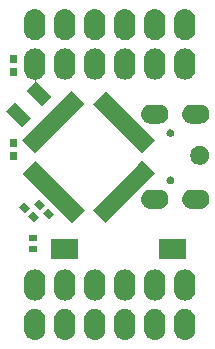
<source format=gbs>
G04 #@! TF.GenerationSoftware,KiCad,Pcbnew,5.0.1*
G04 #@! TF.CreationDate,2019-03-20T13:07:10-07:00*
G04 #@! TF.ProjectId,pmod-samd21-usbu-pth,706D6F642D73616D6432312D75736275,rev?*
G04 #@! TF.SameCoordinates,PX8825afcPY9e4f580*
G04 #@! TF.FileFunction,Soldermask,Bot*
G04 #@! TF.FilePolarity,Negative*
%FSLAX46Y46*%
G04 Gerber Fmt 4.6, Leading zero omitted, Abs format (unit mm)*
G04 Created by KiCad (PCBNEW 5.0.1) date Wed 20 Mar 2019 01:07:10 PM PDT*
%MOMM*%
%LPD*%
G01*
G04 APERTURE LIST*
%ADD10C,0.100000*%
G04 APERTURE END LIST*
D10*
G36*
X2715927Y3887963D02*
X2829153Y3853616D01*
X2885767Y3836443D01*
X3024387Y3762348D01*
X3042291Y3752778D01*
X3078029Y3723448D01*
X3179486Y3640186D01*
X3262748Y3538729D01*
X3292078Y3502991D01*
X3292079Y3502989D01*
X3375743Y3346467D01*
X3375743Y3346466D01*
X3427263Y3176627D01*
X3440300Y3044258D01*
X3440300Y2115742D01*
X3427263Y1983373D01*
X3392916Y1870147D01*
X3375743Y1813533D01*
X3301648Y1674913D01*
X3292078Y1657009D01*
X3262748Y1621271D01*
X3179486Y1519814D01*
X3042289Y1407221D01*
X2885766Y1323557D01*
X2829152Y1306384D01*
X2715926Y1272037D01*
X2539300Y1254641D01*
X2362673Y1272037D01*
X2249447Y1306384D01*
X2192833Y1323557D01*
X2036311Y1407221D01*
X2036309Y1407222D01*
X2000571Y1436552D01*
X1899114Y1519814D01*
X1786521Y1657011D01*
X1702857Y1813534D01*
X1685684Y1870148D01*
X1651337Y1983374D01*
X1638300Y2115743D01*
X1638300Y3044258D01*
X1651338Y3176627D01*
X1702858Y3346466D01*
X1702858Y3346467D01*
X1786522Y3502989D01*
X1786523Y3502991D01*
X1815853Y3538729D01*
X1899115Y3640186D01*
X2000572Y3723448D01*
X2036310Y3752778D01*
X2054214Y3762348D01*
X2192834Y3836443D01*
X2249448Y3853616D01*
X2362674Y3887963D01*
X2539300Y3905359D01*
X2715927Y3887963D01*
X2715927Y3887963D01*
G37*
G36*
X5255927Y3887963D02*
X5369153Y3853616D01*
X5425767Y3836443D01*
X5564387Y3762348D01*
X5582291Y3752778D01*
X5618029Y3723448D01*
X5719486Y3640186D01*
X5802748Y3538729D01*
X5832078Y3502991D01*
X5832079Y3502989D01*
X5915743Y3346467D01*
X5915743Y3346466D01*
X5967263Y3176627D01*
X5980300Y3044258D01*
X5980300Y2115742D01*
X5967263Y1983373D01*
X5932916Y1870147D01*
X5915743Y1813533D01*
X5841648Y1674913D01*
X5832078Y1657009D01*
X5802748Y1621271D01*
X5719486Y1519814D01*
X5582289Y1407221D01*
X5425766Y1323557D01*
X5369152Y1306384D01*
X5255926Y1272037D01*
X5079300Y1254641D01*
X4902673Y1272037D01*
X4789447Y1306384D01*
X4732833Y1323557D01*
X4576311Y1407221D01*
X4576309Y1407222D01*
X4540571Y1436552D01*
X4439114Y1519814D01*
X4326521Y1657011D01*
X4242857Y1813534D01*
X4225684Y1870148D01*
X4191337Y1983374D01*
X4178300Y2115743D01*
X4178300Y3044258D01*
X4191338Y3176627D01*
X4242858Y3346466D01*
X4242858Y3346467D01*
X4326522Y3502989D01*
X4326523Y3502991D01*
X4355853Y3538729D01*
X4439115Y3640186D01*
X4540572Y3723448D01*
X4576310Y3752778D01*
X4594214Y3762348D01*
X4732834Y3836443D01*
X4789448Y3853616D01*
X4902674Y3887963D01*
X5079300Y3905359D01*
X5255927Y3887963D01*
X5255927Y3887963D01*
G37*
G36*
X15415927Y3887963D02*
X15529153Y3853616D01*
X15585767Y3836443D01*
X15724387Y3762348D01*
X15742291Y3752778D01*
X15778029Y3723448D01*
X15879486Y3640186D01*
X15962748Y3538729D01*
X15992078Y3502991D01*
X15992079Y3502989D01*
X16075743Y3346467D01*
X16075743Y3346466D01*
X16127263Y3176627D01*
X16140300Y3044258D01*
X16140300Y2115742D01*
X16127263Y1983373D01*
X16092916Y1870147D01*
X16075743Y1813533D01*
X16001648Y1674913D01*
X15992078Y1657009D01*
X15962748Y1621271D01*
X15879486Y1519814D01*
X15742289Y1407221D01*
X15585766Y1323557D01*
X15529152Y1306384D01*
X15415926Y1272037D01*
X15239300Y1254641D01*
X15062673Y1272037D01*
X14949447Y1306384D01*
X14892833Y1323557D01*
X14736311Y1407221D01*
X14736309Y1407222D01*
X14700571Y1436552D01*
X14599114Y1519814D01*
X14486521Y1657011D01*
X14402857Y1813534D01*
X14385684Y1870148D01*
X14351337Y1983374D01*
X14338300Y2115743D01*
X14338300Y3044258D01*
X14351338Y3176627D01*
X14402858Y3346466D01*
X14402858Y3346467D01*
X14486522Y3502989D01*
X14486523Y3502991D01*
X14515853Y3538729D01*
X14599115Y3640186D01*
X14700572Y3723448D01*
X14736310Y3752778D01*
X14754214Y3762348D01*
X14892834Y3836443D01*
X14949448Y3853616D01*
X15062674Y3887963D01*
X15239300Y3905359D01*
X15415927Y3887963D01*
X15415927Y3887963D01*
G37*
G36*
X12875927Y3887963D02*
X12989153Y3853616D01*
X13045767Y3836443D01*
X13184387Y3762348D01*
X13202291Y3752778D01*
X13238029Y3723448D01*
X13339486Y3640186D01*
X13422748Y3538729D01*
X13452078Y3502991D01*
X13452079Y3502989D01*
X13535743Y3346467D01*
X13535743Y3346466D01*
X13587263Y3176627D01*
X13600300Y3044258D01*
X13600300Y2115742D01*
X13587263Y1983373D01*
X13552916Y1870147D01*
X13535743Y1813533D01*
X13461648Y1674913D01*
X13452078Y1657009D01*
X13422748Y1621271D01*
X13339486Y1519814D01*
X13202289Y1407221D01*
X13045766Y1323557D01*
X12989152Y1306384D01*
X12875926Y1272037D01*
X12699300Y1254641D01*
X12522673Y1272037D01*
X12409447Y1306384D01*
X12352833Y1323557D01*
X12196311Y1407221D01*
X12196309Y1407222D01*
X12160571Y1436552D01*
X12059114Y1519814D01*
X11946521Y1657011D01*
X11862857Y1813534D01*
X11845684Y1870148D01*
X11811337Y1983374D01*
X11798300Y2115743D01*
X11798300Y3044258D01*
X11811338Y3176627D01*
X11862858Y3346466D01*
X11862858Y3346467D01*
X11946522Y3502989D01*
X11946523Y3502991D01*
X11975853Y3538729D01*
X12059115Y3640186D01*
X12160572Y3723448D01*
X12196310Y3752778D01*
X12214214Y3762348D01*
X12352834Y3836443D01*
X12409448Y3853616D01*
X12522674Y3887963D01*
X12699300Y3905359D01*
X12875927Y3887963D01*
X12875927Y3887963D01*
G37*
G36*
X7795927Y3887963D02*
X7909153Y3853616D01*
X7965767Y3836443D01*
X8104387Y3762348D01*
X8122291Y3752778D01*
X8158029Y3723448D01*
X8259486Y3640186D01*
X8342748Y3538729D01*
X8372078Y3502991D01*
X8372079Y3502989D01*
X8455743Y3346467D01*
X8455743Y3346466D01*
X8507263Y3176627D01*
X8520300Y3044258D01*
X8520300Y2115742D01*
X8507263Y1983373D01*
X8472916Y1870147D01*
X8455743Y1813533D01*
X8381648Y1674913D01*
X8372078Y1657009D01*
X8342748Y1621271D01*
X8259486Y1519814D01*
X8122289Y1407221D01*
X7965766Y1323557D01*
X7909152Y1306384D01*
X7795926Y1272037D01*
X7619300Y1254641D01*
X7442673Y1272037D01*
X7329447Y1306384D01*
X7272833Y1323557D01*
X7116311Y1407221D01*
X7116309Y1407222D01*
X7080571Y1436552D01*
X6979114Y1519814D01*
X6866521Y1657011D01*
X6782857Y1813534D01*
X6765684Y1870148D01*
X6731337Y1983374D01*
X6718300Y2115743D01*
X6718300Y3044258D01*
X6731338Y3176627D01*
X6782858Y3346466D01*
X6782858Y3346467D01*
X6866522Y3502989D01*
X6866523Y3502991D01*
X6895853Y3538729D01*
X6979115Y3640186D01*
X7080572Y3723448D01*
X7116310Y3752778D01*
X7134214Y3762348D01*
X7272834Y3836443D01*
X7329448Y3853616D01*
X7442674Y3887963D01*
X7619300Y3905359D01*
X7795927Y3887963D01*
X7795927Y3887963D01*
G37*
G36*
X10335927Y3887963D02*
X10449153Y3853616D01*
X10505767Y3836443D01*
X10644387Y3762348D01*
X10662291Y3752778D01*
X10698029Y3723448D01*
X10799486Y3640186D01*
X10882748Y3538729D01*
X10912078Y3502991D01*
X10912079Y3502989D01*
X10995743Y3346467D01*
X10995743Y3346466D01*
X11047263Y3176627D01*
X11060300Y3044258D01*
X11060300Y2115742D01*
X11047263Y1983373D01*
X11012916Y1870147D01*
X10995743Y1813533D01*
X10921648Y1674913D01*
X10912078Y1657009D01*
X10882748Y1621271D01*
X10799486Y1519814D01*
X10662289Y1407221D01*
X10505766Y1323557D01*
X10449152Y1306384D01*
X10335926Y1272037D01*
X10159300Y1254641D01*
X9982673Y1272037D01*
X9869447Y1306384D01*
X9812833Y1323557D01*
X9656311Y1407221D01*
X9656309Y1407222D01*
X9620571Y1436552D01*
X9519114Y1519814D01*
X9406521Y1657011D01*
X9322857Y1813534D01*
X9305684Y1870148D01*
X9271337Y1983374D01*
X9258300Y2115743D01*
X9258300Y3044258D01*
X9271338Y3176627D01*
X9322858Y3346466D01*
X9322858Y3346467D01*
X9406522Y3502989D01*
X9406523Y3502991D01*
X9435853Y3538729D01*
X9519115Y3640186D01*
X9620572Y3723448D01*
X9656310Y3752778D01*
X9674214Y3762348D01*
X9812834Y3836443D01*
X9869448Y3853616D01*
X9982674Y3887963D01*
X10159300Y3905359D01*
X10335927Y3887963D01*
X10335927Y3887963D01*
G37*
G36*
X2715927Y7227963D02*
X2829153Y7193616D01*
X2885767Y7176443D01*
X3024387Y7102348D01*
X3042291Y7092778D01*
X3078029Y7063448D01*
X3179486Y6980186D01*
X3262748Y6878729D01*
X3292078Y6842991D01*
X3292079Y6842989D01*
X3375743Y6686467D01*
X3375743Y6686466D01*
X3427263Y6516627D01*
X3440300Y6384258D01*
X3440300Y5455742D01*
X3427263Y5323373D01*
X3392916Y5210147D01*
X3375743Y5153533D01*
X3301648Y5014913D01*
X3292078Y4997009D01*
X3262748Y4961271D01*
X3179486Y4859814D01*
X3042289Y4747221D01*
X2885766Y4663557D01*
X2829152Y4646384D01*
X2715926Y4612037D01*
X2539300Y4594641D01*
X2362673Y4612037D01*
X2249447Y4646384D01*
X2192833Y4663557D01*
X2036311Y4747221D01*
X2036309Y4747222D01*
X2000571Y4776552D01*
X1899114Y4859814D01*
X1786521Y4997011D01*
X1702857Y5153534D01*
X1685684Y5210148D01*
X1651337Y5323374D01*
X1638300Y5455743D01*
X1638300Y6384258D01*
X1651338Y6516627D01*
X1702858Y6686466D01*
X1702858Y6686467D01*
X1786522Y6842989D01*
X1786523Y6842991D01*
X1815853Y6878729D01*
X1899115Y6980186D01*
X2000572Y7063448D01*
X2036310Y7092778D01*
X2054214Y7102348D01*
X2192834Y7176443D01*
X2249448Y7193616D01*
X2362674Y7227963D01*
X2539300Y7245359D01*
X2715927Y7227963D01*
X2715927Y7227963D01*
G37*
G36*
X15415927Y7227963D02*
X15529153Y7193616D01*
X15585767Y7176443D01*
X15724387Y7102348D01*
X15742291Y7092778D01*
X15778029Y7063448D01*
X15879486Y6980186D01*
X15962748Y6878729D01*
X15992078Y6842991D01*
X15992079Y6842989D01*
X16075743Y6686467D01*
X16075743Y6686466D01*
X16127263Y6516627D01*
X16140300Y6384258D01*
X16140300Y5455742D01*
X16127263Y5323373D01*
X16092916Y5210147D01*
X16075743Y5153533D01*
X16001648Y5014913D01*
X15992078Y4997009D01*
X15962748Y4961271D01*
X15879486Y4859814D01*
X15742289Y4747221D01*
X15585766Y4663557D01*
X15529152Y4646384D01*
X15415926Y4612037D01*
X15239300Y4594641D01*
X15062673Y4612037D01*
X14949447Y4646384D01*
X14892833Y4663557D01*
X14736311Y4747221D01*
X14736309Y4747222D01*
X14700571Y4776552D01*
X14599114Y4859814D01*
X14486521Y4997011D01*
X14402857Y5153534D01*
X14385684Y5210148D01*
X14351337Y5323374D01*
X14338300Y5455743D01*
X14338300Y6384258D01*
X14351338Y6516627D01*
X14402858Y6686466D01*
X14402858Y6686467D01*
X14486522Y6842989D01*
X14486523Y6842991D01*
X14515853Y6878729D01*
X14599115Y6980186D01*
X14700572Y7063448D01*
X14736310Y7092778D01*
X14754214Y7102348D01*
X14892834Y7176443D01*
X14949448Y7193616D01*
X15062674Y7227963D01*
X15239300Y7245359D01*
X15415927Y7227963D01*
X15415927Y7227963D01*
G37*
G36*
X5255927Y7227963D02*
X5369153Y7193616D01*
X5425767Y7176443D01*
X5564387Y7102348D01*
X5582291Y7092778D01*
X5618029Y7063448D01*
X5719486Y6980186D01*
X5802748Y6878729D01*
X5832078Y6842991D01*
X5832079Y6842989D01*
X5915743Y6686467D01*
X5915743Y6686466D01*
X5967263Y6516627D01*
X5980300Y6384258D01*
X5980300Y5455742D01*
X5967263Y5323373D01*
X5932916Y5210147D01*
X5915743Y5153533D01*
X5841648Y5014913D01*
X5832078Y4997009D01*
X5802748Y4961271D01*
X5719486Y4859814D01*
X5582289Y4747221D01*
X5425766Y4663557D01*
X5369152Y4646384D01*
X5255926Y4612037D01*
X5079300Y4594641D01*
X4902673Y4612037D01*
X4789447Y4646384D01*
X4732833Y4663557D01*
X4576311Y4747221D01*
X4576309Y4747222D01*
X4540571Y4776552D01*
X4439114Y4859814D01*
X4326521Y4997011D01*
X4242857Y5153534D01*
X4225684Y5210148D01*
X4191337Y5323374D01*
X4178300Y5455743D01*
X4178300Y6384258D01*
X4191338Y6516627D01*
X4242858Y6686466D01*
X4242858Y6686467D01*
X4326522Y6842989D01*
X4326523Y6842991D01*
X4355853Y6878729D01*
X4439115Y6980186D01*
X4540572Y7063448D01*
X4576310Y7092778D01*
X4594214Y7102348D01*
X4732834Y7176443D01*
X4789448Y7193616D01*
X4902674Y7227963D01*
X5079300Y7245359D01*
X5255927Y7227963D01*
X5255927Y7227963D01*
G37*
G36*
X12875927Y7227963D02*
X12989153Y7193616D01*
X13045767Y7176443D01*
X13184387Y7102348D01*
X13202291Y7092778D01*
X13238029Y7063448D01*
X13339486Y6980186D01*
X13422748Y6878729D01*
X13452078Y6842991D01*
X13452079Y6842989D01*
X13535743Y6686467D01*
X13535743Y6686466D01*
X13587263Y6516627D01*
X13600300Y6384258D01*
X13600300Y5455742D01*
X13587263Y5323373D01*
X13552916Y5210147D01*
X13535743Y5153533D01*
X13461648Y5014913D01*
X13452078Y4997009D01*
X13422748Y4961271D01*
X13339486Y4859814D01*
X13202289Y4747221D01*
X13045766Y4663557D01*
X12989152Y4646384D01*
X12875926Y4612037D01*
X12699300Y4594641D01*
X12522673Y4612037D01*
X12409447Y4646384D01*
X12352833Y4663557D01*
X12196311Y4747221D01*
X12196309Y4747222D01*
X12160571Y4776552D01*
X12059114Y4859814D01*
X11946521Y4997011D01*
X11862857Y5153534D01*
X11845684Y5210148D01*
X11811337Y5323374D01*
X11798300Y5455743D01*
X11798300Y6384258D01*
X11811338Y6516627D01*
X11862858Y6686466D01*
X11862858Y6686467D01*
X11946522Y6842989D01*
X11946523Y6842991D01*
X11975853Y6878729D01*
X12059115Y6980186D01*
X12160572Y7063448D01*
X12196310Y7092778D01*
X12214214Y7102348D01*
X12352834Y7176443D01*
X12409448Y7193616D01*
X12522674Y7227963D01*
X12699300Y7245359D01*
X12875927Y7227963D01*
X12875927Y7227963D01*
G37*
G36*
X7795927Y7227963D02*
X7909153Y7193616D01*
X7965767Y7176443D01*
X8104387Y7102348D01*
X8122291Y7092778D01*
X8158029Y7063448D01*
X8259486Y6980186D01*
X8342748Y6878729D01*
X8372078Y6842991D01*
X8372079Y6842989D01*
X8455743Y6686467D01*
X8455743Y6686466D01*
X8507263Y6516627D01*
X8520300Y6384258D01*
X8520300Y5455742D01*
X8507263Y5323373D01*
X8472916Y5210147D01*
X8455743Y5153533D01*
X8381648Y5014913D01*
X8372078Y4997009D01*
X8342748Y4961271D01*
X8259486Y4859814D01*
X8122289Y4747221D01*
X7965766Y4663557D01*
X7909152Y4646384D01*
X7795926Y4612037D01*
X7619300Y4594641D01*
X7442673Y4612037D01*
X7329447Y4646384D01*
X7272833Y4663557D01*
X7116311Y4747221D01*
X7116309Y4747222D01*
X7080571Y4776552D01*
X6979114Y4859814D01*
X6866521Y4997011D01*
X6782857Y5153534D01*
X6765684Y5210148D01*
X6731337Y5323374D01*
X6718300Y5455743D01*
X6718300Y6384258D01*
X6731338Y6516627D01*
X6782858Y6686466D01*
X6782858Y6686467D01*
X6866522Y6842989D01*
X6866523Y6842991D01*
X6895853Y6878729D01*
X6979115Y6980186D01*
X7080572Y7063448D01*
X7116310Y7092778D01*
X7134214Y7102348D01*
X7272834Y7176443D01*
X7329448Y7193616D01*
X7442674Y7227963D01*
X7619300Y7245359D01*
X7795927Y7227963D01*
X7795927Y7227963D01*
G37*
G36*
X10335927Y7227963D02*
X10449153Y7193616D01*
X10505767Y7176443D01*
X10644387Y7102348D01*
X10662291Y7092778D01*
X10698029Y7063448D01*
X10799486Y6980186D01*
X10882748Y6878729D01*
X10912078Y6842991D01*
X10912079Y6842989D01*
X10995743Y6686467D01*
X10995743Y6686466D01*
X11047263Y6516627D01*
X11060300Y6384258D01*
X11060300Y5455742D01*
X11047263Y5323373D01*
X11012916Y5210147D01*
X10995743Y5153533D01*
X10921648Y5014913D01*
X10912078Y4997009D01*
X10882748Y4961271D01*
X10799486Y4859814D01*
X10662289Y4747221D01*
X10505766Y4663557D01*
X10449152Y4646384D01*
X10335926Y4612037D01*
X10159300Y4594641D01*
X9982673Y4612037D01*
X9869447Y4646384D01*
X9812833Y4663557D01*
X9656311Y4747221D01*
X9656309Y4747222D01*
X9620571Y4776552D01*
X9519114Y4859814D01*
X9406521Y4997011D01*
X9322857Y5153534D01*
X9305684Y5210148D01*
X9271337Y5323374D01*
X9258300Y5455743D01*
X9258300Y6384258D01*
X9271338Y6516627D01*
X9322858Y6686466D01*
X9322858Y6686467D01*
X9406522Y6842989D01*
X9406523Y6842991D01*
X9435853Y6878729D01*
X9519115Y6980186D01*
X9620572Y7063448D01*
X9656310Y7092778D01*
X9674214Y7102348D01*
X9812834Y7176443D01*
X9869448Y7193616D01*
X9982674Y7227963D01*
X10159300Y7245359D01*
X10335927Y7227963D01*
X10335927Y7227963D01*
G37*
G36*
X15370300Y8149000D02*
X13088300Y8149000D01*
X13088300Y9851000D01*
X15370300Y9851000D01*
X15370300Y8149000D01*
X15370300Y8149000D01*
G37*
G36*
X6190300Y8149000D02*
X3908300Y8149000D01*
X3908300Y9851000D01*
X6190300Y9851000D01*
X6190300Y8149000D01*
X6190300Y8149000D01*
G37*
G36*
X2738600Y8746100D02*
X2036600Y8746100D01*
X2036600Y9248100D01*
X2738600Y9248100D01*
X2738600Y8746100D01*
X2738600Y8746100D01*
G37*
G36*
X2738600Y9646100D02*
X2036600Y9646100D01*
X2036600Y10148100D01*
X2738600Y10148100D01*
X2738600Y9646100D01*
X2738600Y9646100D01*
G37*
G36*
X12683323Y15364322D02*
X12418158Y15099157D01*
X12402612Y15080215D01*
X12391061Y15058604D01*
X12383948Y15035155D01*
X12382568Y15021141D01*
X8531191Y11169764D01*
X7433761Y12267194D01*
X11234460Y16067893D01*
X11250006Y16086835D01*
X11261557Y16108446D01*
X11268670Y16131895D01*
X11270050Y16145909D01*
X11585893Y16461752D01*
X12683323Y15364322D01*
X12683323Y15364322D01*
G37*
G36*
X6764839Y12267194D02*
X5667409Y11169764D01*
X1494064Y15343109D01*
X2591494Y16440539D01*
X6764839Y12267194D01*
X6764839Y12267194D01*
G37*
G36*
X2869243Y11651736D02*
X2443564Y11226057D01*
X1947175Y11722446D01*
X2372854Y12148125D01*
X2869243Y11651736D01*
X2869243Y11651736D01*
G37*
G36*
X4139243Y11905736D02*
X3713564Y11480057D01*
X3217175Y11976446D01*
X3642854Y12402125D01*
X4139243Y11905736D01*
X4139243Y11905736D01*
G37*
G36*
X2091425Y12429554D02*
X1665746Y12003875D01*
X1169357Y12500264D01*
X1595036Y12925943D01*
X2091425Y12429554D01*
X2091425Y12429554D01*
G37*
G36*
X3361425Y12683554D02*
X2935746Y12257875D01*
X2439357Y12754264D01*
X2865036Y13179943D01*
X3361425Y12683554D01*
X3361425Y12683554D01*
G37*
G36*
X16667885Y13972030D02*
X16818872Y13926228D01*
X16958025Y13851850D01*
X17079993Y13751753D01*
X17180090Y13629785D01*
X17254468Y13490632D01*
X17300270Y13339645D01*
X17315735Y13182620D01*
X17300270Y13025595D01*
X17254468Y12874608D01*
X17180090Y12735455D01*
X17079993Y12613487D01*
X16958025Y12513390D01*
X16818872Y12439012D01*
X16667885Y12393210D01*
X16550206Y12381620D01*
X15771514Y12381620D01*
X15653835Y12393210D01*
X15502848Y12439012D01*
X15363695Y12513390D01*
X15241727Y12613487D01*
X15141630Y12735455D01*
X15067252Y12874608D01*
X15021450Y13025595D01*
X15005985Y13182620D01*
X15021450Y13339645D01*
X15067252Y13490632D01*
X15141630Y13629785D01*
X15241727Y13751753D01*
X15363695Y13851850D01*
X15502848Y13926228D01*
X15653835Y13972030D01*
X15771514Y13983620D01*
X16550206Y13983620D01*
X16667885Y13972030D01*
X16667885Y13972030D01*
G37*
G36*
X13197885Y13972030D02*
X13348872Y13926228D01*
X13488025Y13851850D01*
X13609993Y13751753D01*
X13710090Y13629785D01*
X13784468Y13490632D01*
X13830270Y13339645D01*
X13845735Y13182620D01*
X13830270Y13025595D01*
X13784468Y12874608D01*
X13710090Y12735455D01*
X13609993Y12613487D01*
X13488025Y12513390D01*
X13348872Y12439012D01*
X13197885Y12393210D01*
X13080206Y12381620D01*
X12301514Y12381620D01*
X12183835Y12393210D01*
X12032848Y12439012D01*
X11893695Y12513390D01*
X11771727Y12613487D01*
X11671630Y12735455D01*
X11597252Y12874608D01*
X11551450Y13025595D01*
X11535985Y13182620D01*
X11551450Y13339645D01*
X11597252Y13490632D01*
X11671630Y13629785D01*
X11771727Y13751753D01*
X11893695Y13851850D01*
X12032848Y13926228D01*
X12183835Y13972030D01*
X12301514Y13983620D01*
X13080206Y13983620D01*
X13197885Y13972030D01*
X13197885Y13972030D01*
G37*
G36*
X14105951Y15096092D02*
X14165280Y15071517D01*
X14218674Y15035840D01*
X14264080Y14990434D01*
X14299757Y14937040D01*
X14324332Y14877711D01*
X14336860Y14814728D01*
X14336860Y14750512D01*
X14324332Y14687529D01*
X14299757Y14628200D01*
X14264080Y14574806D01*
X14218674Y14529400D01*
X14165280Y14493723D01*
X14105951Y14469148D01*
X14042968Y14456620D01*
X13978752Y14456620D01*
X13915769Y14469148D01*
X13856440Y14493723D01*
X13803046Y14529400D01*
X13757640Y14574806D01*
X13721963Y14628200D01*
X13697388Y14687529D01*
X13684860Y14750512D01*
X13684860Y14814728D01*
X13697388Y14877711D01*
X13721963Y14937040D01*
X13757640Y14990434D01*
X13803046Y15035840D01*
X13856440Y15071517D01*
X13915769Y15096092D01*
X13978752Y15108620D01*
X14042968Y15108620D01*
X14105951Y15096092D01*
X14105951Y15096092D01*
G37*
G36*
X16730943Y17672219D02*
X16876715Y17611838D01*
X17007911Y17524176D01*
X17119476Y17412611D01*
X17207138Y17281415D01*
X17267519Y17135643D01*
X17298300Y16980893D01*
X17298300Y16823107D01*
X17267519Y16668357D01*
X17207138Y16522585D01*
X17119476Y16391389D01*
X17007911Y16279824D01*
X16876715Y16192162D01*
X16730943Y16131781D01*
X16576193Y16101000D01*
X16418407Y16101000D01*
X16263657Y16131781D01*
X16117885Y16192162D01*
X15986689Y16279824D01*
X15875124Y16391389D01*
X15787462Y16522585D01*
X15727081Y16668357D01*
X15696300Y16823107D01*
X15696300Y16980893D01*
X15727081Y17135643D01*
X15787462Y17281415D01*
X15875124Y17412611D01*
X15986689Y17524176D01*
X16117885Y17611838D01*
X16263657Y17672219D01*
X16418407Y17703000D01*
X16576193Y17703000D01*
X16730943Y17672219D01*
X16730943Y17672219D01*
G37*
G36*
X1050300Y16509000D02*
X448300Y16509000D01*
X448300Y17211000D01*
X1050300Y17211000D01*
X1050300Y16509000D01*
X1050300Y16509000D01*
G37*
G36*
X12704536Y18206891D02*
X11607106Y17109461D01*
X7433761Y21282806D01*
X8531191Y22380236D01*
X12704536Y18206891D01*
X12704536Y18206891D01*
G37*
G36*
X6764839Y21282806D02*
X2591494Y17109461D01*
X1494064Y18206891D01*
X5667409Y22380236D01*
X6764839Y21282806D01*
X6764839Y21282806D01*
G37*
G36*
X1050300Y17609000D02*
X448300Y17609000D01*
X448300Y18311000D01*
X1050300Y18311000D01*
X1050300Y17609000D01*
X1050300Y17609000D01*
G37*
G36*
X14105951Y19096092D02*
X14165280Y19071517D01*
X14218674Y19035840D01*
X14264080Y18990434D01*
X14299757Y18937040D01*
X14324332Y18877711D01*
X14336860Y18814728D01*
X14336860Y18750512D01*
X14324332Y18687529D01*
X14299757Y18628200D01*
X14264080Y18574806D01*
X14218674Y18529400D01*
X14165280Y18493723D01*
X14105951Y18469148D01*
X14042968Y18456620D01*
X13978752Y18456620D01*
X13915769Y18469148D01*
X13856440Y18493723D01*
X13803046Y18529400D01*
X13757640Y18574806D01*
X13721963Y18628200D01*
X13697388Y18687529D01*
X13684860Y18750512D01*
X13684860Y18814728D01*
X13697388Y18877711D01*
X13721963Y18937040D01*
X13757640Y18990434D01*
X13803046Y19035840D01*
X13856440Y19071517D01*
X13915769Y19096092D01*
X13978752Y19108620D01*
X14042968Y19108620D01*
X14105951Y19096092D01*
X14105951Y19096092D01*
G37*
G36*
X2197492Y20053274D02*
X1418260Y19274042D01*
X73342Y20618960D01*
X852574Y21398192D01*
X2197492Y20053274D01*
X2197492Y20053274D01*
G37*
G36*
X13197885Y21172030D02*
X13348872Y21126228D01*
X13488025Y21051850D01*
X13609993Y20951753D01*
X13710090Y20829785D01*
X13784468Y20690632D01*
X13830270Y20539645D01*
X13845735Y20382620D01*
X13830270Y20225595D01*
X13784468Y20074608D01*
X13710090Y19935455D01*
X13609993Y19813487D01*
X13488025Y19713390D01*
X13348872Y19639012D01*
X13197885Y19593210D01*
X13080206Y19581620D01*
X12301514Y19581620D01*
X12183835Y19593210D01*
X12032848Y19639012D01*
X11893695Y19713390D01*
X11771727Y19813487D01*
X11671630Y19935455D01*
X11597252Y20074608D01*
X11551450Y20225595D01*
X11535985Y20382620D01*
X11551450Y20539645D01*
X11597252Y20690632D01*
X11671630Y20829785D01*
X11771727Y20951753D01*
X11893695Y21051850D01*
X12032848Y21126228D01*
X12183835Y21172030D01*
X12301514Y21183620D01*
X13080206Y21183620D01*
X13197885Y21172030D01*
X13197885Y21172030D01*
G37*
G36*
X16667885Y21172030D02*
X16818872Y21126228D01*
X16958025Y21051850D01*
X17079993Y20951753D01*
X17180090Y20829785D01*
X17254468Y20690632D01*
X17300270Y20539645D01*
X17315735Y20382620D01*
X17300270Y20225595D01*
X17254468Y20074608D01*
X17180090Y19935455D01*
X17079993Y19813487D01*
X16958025Y19713390D01*
X16818872Y19639012D01*
X16667885Y19593210D01*
X16550206Y19581620D01*
X15771514Y19581620D01*
X15653835Y19593210D01*
X15502848Y19639012D01*
X15363695Y19713390D01*
X15241727Y19813487D01*
X15141630Y19935455D01*
X15067252Y20074608D01*
X15021450Y20225595D01*
X15005985Y20382620D01*
X15021450Y20539645D01*
X15067252Y20690632D01*
X15141630Y20829785D01*
X15241727Y20951753D01*
X15363695Y21051850D01*
X15502848Y21126228D01*
X15653835Y21172030D01*
X15771514Y21183620D01*
X16550206Y21183620D01*
X16667885Y21172030D01*
X16667885Y21172030D01*
G37*
G36*
X2715926Y25937963D02*
X2829152Y25903616D01*
X2885766Y25886443D01*
X3042289Y25802779D01*
X3179486Y25690186D01*
X3262748Y25588729D01*
X3292078Y25552991D01*
X3292079Y25552989D01*
X3375743Y25396467D01*
X3380435Y25381000D01*
X3427263Y25226627D01*
X3440300Y25094258D01*
X3440300Y24165742D01*
X3427263Y24033373D01*
X3388623Y23905994D01*
X3375743Y23863533D01*
X3301648Y23724913D01*
X3292078Y23707009D01*
X3262748Y23671271D01*
X3179486Y23569814D01*
X3078029Y23486552D01*
X3042291Y23457222D01*
X3042289Y23457221D01*
X2885767Y23373557D01*
X2853390Y23363736D01*
X2722393Y23323998D01*
X2699765Y23314626D01*
X2679391Y23301012D01*
X2662063Y23283685D01*
X2648449Y23263310D01*
X2639072Y23240671D01*
X2634291Y23216638D01*
X2634291Y23192134D01*
X2639071Y23168100D01*
X2648448Y23145461D01*
X2662062Y23125087D01*
X2670301Y23115997D01*
X3965258Y21821040D01*
X3186026Y21041808D01*
X1841108Y22386726D01*
X2552441Y23098059D01*
X2567987Y23117001D01*
X2579538Y23138612D01*
X2586651Y23162061D01*
X2589053Y23186447D01*
X2586651Y23210833D01*
X2579538Y23234282D01*
X2567987Y23255893D01*
X2552441Y23274835D01*
X2533499Y23290381D01*
X2511888Y23301932D01*
X2476306Y23310845D01*
X2406258Y23317744D01*
X2362674Y23322037D01*
X2249448Y23356384D01*
X2192834Y23373557D01*
X2036312Y23457221D01*
X2036310Y23457222D01*
X2000572Y23486552D01*
X1899115Y23569814D01*
X1815853Y23671271D01*
X1786523Y23707009D01*
X1776953Y23724913D01*
X1702858Y23863533D01*
X1685685Y23920147D01*
X1651338Y24033373D01*
X1638300Y24165742D01*
X1638300Y25094257D01*
X1651337Y25226626D01*
X1702857Y25396465D01*
X1702857Y25396466D01*
X1786521Y25552989D01*
X1899114Y25690186D01*
X2000571Y25773448D01*
X2036309Y25802778D01*
X2054213Y25812348D01*
X2192833Y25886443D01*
X2249447Y25903616D01*
X2362673Y25937963D01*
X2539300Y25955359D01*
X2715926Y25937963D01*
X2715926Y25937963D01*
G37*
G36*
X5255926Y25937963D02*
X5369152Y25903616D01*
X5425766Y25886443D01*
X5582289Y25802779D01*
X5719486Y25690186D01*
X5802748Y25588729D01*
X5832078Y25552991D01*
X5832079Y25552989D01*
X5915743Y25396467D01*
X5920435Y25381000D01*
X5967263Y25226627D01*
X5980300Y25094258D01*
X5980300Y24165742D01*
X5967263Y24033373D01*
X5928623Y23905994D01*
X5915743Y23863533D01*
X5841648Y23724913D01*
X5832078Y23707009D01*
X5802748Y23671271D01*
X5719486Y23569814D01*
X5618029Y23486552D01*
X5582291Y23457222D01*
X5582289Y23457221D01*
X5425767Y23373557D01*
X5369153Y23356384D01*
X5255927Y23322037D01*
X5079300Y23304641D01*
X4902674Y23322037D01*
X4789448Y23356384D01*
X4732834Y23373557D01*
X4576312Y23457221D01*
X4576310Y23457222D01*
X4540572Y23486552D01*
X4439115Y23569814D01*
X4355853Y23671271D01*
X4326523Y23707009D01*
X4316953Y23724913D01*
X4242858Y23863533D01*
X4225685Y23920147D01*
X4191338Y24033373D01*
X4178300Y24165742D01*
X4178300Y25094257D01*
X4191337Y25226626D01*
X4242857Y25396465D01*
X4242857Y25396466D01*
X4326521Y25552989D01*
X4439114Y25690186D01*
X4540571Y25773448D01*
X4576309Y25802778D01*
X4594213Y25812348D01*
X4732833Y25886443D01*
X4789447Y25903616D01*
X4902673Y25937963D01*
X5079300Y25955359D01*
X5255926Y25937963D01*
X5255926Y25937963D01*
G37*
G36*
X15415926Y25937963D02*
X15529152Y25903616D01*
X15585766Y25886443D01*
X15742289Y25802779D01*
X15879486Y25690186D01*
X15962748Y25588729D01*
X15992078Y25552991D01*
X15992079Y25552989D01*
X16075743Y25396467D01*
X16080435Y25381000D01*
X16127263Y25226627D01*
X16140300Y25094258D01*
X16140300Y24165742D01*
X16127263Y24033373D01*
X16088623Y23905994D01*
X16075743Y23863533D01*
X16001648Y23724913D01*
X15992078Y23707009D01*
X15962748Y23671271D01*
X15879486Y23569814D01*
X15778029Y23486552D01*
X15742291Y23457222D01*
X15742289Y23457221D01*
X15585767Y23373557D01*
X15529153Y23356384D01*
X15415927Y23322037D01*
X15239300Y23304641D01*
X15062674Y23322037D01*
X14949448Y23356384D01*
X14892834Y23373557D01*
X14736312Y23457221D01*
X14736310Y23457222D01*
X14700572Y23486552D01*
X14599115Y23569814D01*
X14515853Y23671271D01*
X14486523Y23707009D01*
X14476953Y23724913D01*
X14402858Y23863533D01*
X14385685Y23920147D01*
X14351338Y24033373D01*
X14338300Y24165742D01*
X14338300Y25094257D01*
X14351337Y25226626D01*
X14402857Y25396465D01*
X14402857Y25396466D01*
X14486521Y25552989D01*
X14599114Y25690186D01*
X14700571Y25773448D01*
X14736309Y25802778D01*
X14754213Y25812348D01*
X14892833Y25886443D01*
X14949447Y25903616D01*
X15062673Y25937963D01*
X15239300Y25955359D01*
X15415926Y25937963D01*
X15415926Y25937963D01*
G37*
G36*
X12875926Y25937963D02*
X12989152Y25903616D01*
X13045766Y25886443D01*
X13202289Y25802779D01*
X13339486Y25690186D01*
X13422748Y25588729D01*
X13452078Y25552991D01*
X13452079Y25552989D01*
X13535743Y25396467D01*
X13540435Y25381000D01*
X13587263Y25226627D01*
X13600300Y25094258D01*
X13600300Y24165742D01*
X13587263Y24033373D01*
X13548623Y23905994D01*
X13535743Y23863533D01*
X13461648Y23724913D01*
X13452078Y23707009D01*
X13422748Y23671271D01*
X13339486Y23569814D01*
X13238029Y23486552D01*
X13202291Y23457222D01*
X13202289Y23457221D01*
X13045767Y23373557D01*
X12989153Y23356384D01*
X12875927Y23322037D01*
X12699300Y23304641D01*
X12522674Y23322037D01*
X12409448Y23356384D01*
X12352834Y23373557D01*
X12196312Y23457221D01*
X12196310Y23457222D01*
X12160572Y23486552D01*
X12059115Y23569814D01*
X11975853Y23671271D01*
X11946523Y23707009D01*
X11936953Y23724913D01*
X11862858Y23863533D01*
X11845685Y23920147D01*
X11811338Y24033373D01*
X11798300Y24165742D01*
X11798300Y25094257D01*
X11811337Y25226626D01*
X11862857Y25396465D01*
X11862857Y25396466D01*
X11946521Y25552989D01*
X12059114Y25690186D01*
X12160571Y25773448D01*
X12196309Y25802778D01*
X12214213Y25812348D01*
X12352833Y25886443D01*
X12409447Y25903616D01*
X12522673Y25937963D01*
X12699300Y25955359D01*
X12875926Y25937963D01*
X12875926Y25937963D01*
G37*
G36*
X10335926Y25937963D02*
X10449152Y25903616D01*
X10505766Y25886443D01*
X10662289Y25802779D01*
X10799486Y25690186D01*
X10882748Y25588729D01*
X10912078Y25552991D01*
X10912079Y25552989D01*
X10995743Y25396467D01*
X11000435Y25381000D01*
X11047263Y25226627D01*
X11060300Y25094258D01*
X11060300Y24165742D01*
X11047263Y24033373D01*
X11008623Y23905994D01*
X10995743Y23863533D01*
X10921648Y23724913D01*
X10912078Y23707009D01*
X10882748Y23671271D01*
X10799486Y23569814D01*
X10698029Y23486552D01*
X10662291Y23457222D01*
X10662289Y23457221D01*
X10505767Y23373557D01*
X10449153Y23356384D01*
X10335927Y23322037D01*
X10159300Y23304641D01*
X9982674Y23322037D01*
X9869448Y23356384D01*
X9812834Y23373557D01*
X9656312Y23457221D01*
X9656310Y23457222D01*
X9620572Y23486552D01*
X9519115Y23569814D01*
X9435853Y23671271D01*
X9406523Y23707009D01*
X9396953Y23724913D01*
X9322858Y23863533D01*
X9305685Y23920147D01*
X9271338Y24033373D01*
X9258300Y24165742D01*
X9258300Y25094257D01*
X9271337Y25226626D01*
X9322857Y25396465D01*
X9322857Y25396466D01*
X9406521Y25552989D01*
X9519114Y25690186D01*
X9620571Y25773448D01*
X9656309Y25802778D01*
X9674213Y25812348D01*
X9812833Y25886443D01*
X9869447Y25903616D01*
X9982673Y25937963D01*
X10159300Y25955359D01*
X10335926Y25937963D01*
X10335926Y25937963D01*
G37*
G36*
X7795926Y25937963D02*
X7909152Y25903616D01*
X7965766Y25886443D01*
X8122289Y25802779D01*
X8259486Y25690186D01*
X8342748Y25588729D01*
X8372078Y25552991D01*
X8372079Y25552989D01*
X8455743Y25396467D01*
X8460435Y25381000D01*
X8507263Y25226627D01*
X8520300Y25094258D01*
X8520300Y24165742D01*
X8507263Y24033373D01*
X8468623Y23905994D01*
X8455743Y23863533D01*
X8381648Y23724913D01*
X8372078Y23707009D01*
X8342748Y23671271D01*
X8259486Y23569814D01*
X8158029Y23486552D01*
X8122291Y23457222D01*
X8122289Y23457221D01*
X7965767Y23373557D01*
X7909153Y23356384D01*
X7795927Y23322037D01*
X7619300Y23304641D01*
X7442674Y23322037D01*
X7329448Y23356384D01*
X7272834Y23373557D01*
X7116312Y23457221D01*
X7116310Y23457222D01*
X7080572Y23486552D01*
X6979115Y23569814D01*
X6895853Y23671271D01*
X6866523Y23707009D01*
X6856953Y23724913D01*
X6782858Y23863533D01*
X6765685Y23920147D01*
X6731338Y24033373D01*
X6718300Y24165742D01*
X6718300Y25094257D01*
X6731337Y25226626D01*
X6782857Y25396465D01*
X6782857Y25396466D01*
X6866521Y25552989D01*
X6979114Y25690186D01*
X7080571Y25773448D01*
X7116309Y25802778D01*
X7134213Y25812348D01*
X7272833Y25886443D01*
X7329447Y25903616D01*
X7442673Y25937963D01*
X7619300Y25955359D01*
X7795926Y25937963D01*
X7795926Y25937963D01*
G37*
G36*
X1050300Y23579000D02*
X448300Y23579000D01*
X448300Y24281000D01*
X1050300Y24281000D01*
X1050300Y23579000D01*
X1050300Y23579000D01*
G37*
G36*
X1050300Y24679000D02*
X448300Y24679000D01*
X448300Y25381000D01*
X1050300Y25381000D01*
X1050300Y24679000D01*
X1050300Y24679000D01*
G37*
G36*
X2715926Y29277963D02*
X2829152Y29243616D01*
X2885766Y29226443D01*
X3042289Y29142779D01*
X3179486Y29030186D01*
X3262748Y28928729D01*
X3292078Y28892991D01*
X3292079Y28892989D01*
X3375743Y28736467D01*
X3392916Y28679853D01*
X3427263Y28566627D01*
X3440300Y28434258D01*
X3440300Y27505742D01*
X3427263Y27373373D01*
X3388623Y27245994D01*
X3375743Y27203533D01*
X3301648Y27064913D01*
X3292078Y27047009D01*
X3262748Y27011271D01*
X3179486Y26909814D01*
X3078029Y26826552D01*
X3042291Y26797222D01*
X3042289Y26797221D01*
X2885767Y26713557D01*
X2829153Y26696384D01*
X2715927Y26662037D01*
X2539300Y26644641D01*
X2362674Y26662037D01*
X2249448Y26696384D01*
X2192834Y26713557D01*
X2036312Y26797221D01*
X2036310Y26797222D01*
X2000572Y26826552D01*
X1899115Y26909814D01*
X1815853Y27011271D01*
X1786523Y27047009D01*
X1776953Y27064913D01*
X1702858Y27203533D01*
X1685685Y27260147D01*
X1651338Y27373373D01*
X1638300Y27505742D01*
X1638300Y28434257D01*
X1651337Y28566626D01*
X1702857Y28736465D01*
X1702857Y28736466D01*
X1786521Y28892989D01*
X1899114Y29030186D01*
X2000571Y29113448D01*
X2036309Y29142778D01*
X2054213Y29152348D01*
X2192833Y29226443D01*
X2249447Y29243616D01*
X2362673Y29277963D01*
X2539300Y29295359D01*
X2715926Y29277963D01*
X2715926Y29277963D01*
G37*
G36*
X15415926Y29277963D02*
X15529152Y29243616D01*
X15585766Y29226443D01*
X15742289Y29142779D01*
X15879486Y29030186D01*
X15962748Y28928729D01*
X15992078Y28892991D01*
X15992079Y28892989D01*
X16075743Y28736467D01*
X16092916Y28679853D01*
X16127263Y28566627D01*
X16140300Y28434258D01*
X16140300Y27505742D01*
X16127263Y27373373D01*
X16088623Y27245994D01*
X16075743Y27203533D01*
X16001648Y27064913D01*
X15992078Y27047009D01*
X15962748Y27011271D01*
X15879486Y26909814D01*
X15778029Y26826552D01*
X15742291Y26797222D01*
X15742289Y26797221D01*
X15585767Y26713557D01*
X15529153Y26696384D01*
X15415927Y26662037D01*
X15239300Y26644641D01*
X15062674Y26662037D01*
X14949448Y26696384D01*
X14892834Y26713557D01*
X14736312Y26797221D01*
X14736310Y26797222D01*
X14700572Y26826552D01*
X14599115Y26909814D01*
X14515853Y27011271D01*
X14486523Y27047009D01*
X14476953Y27064913D01*
X14402858Y27203533D01*
X14385685Y27260147D01*
X14351338Y27373373D01*
X14338300Y27505742D01*
X14338300Y28434257D01*
X14351337Y28566626D01*
X14402857Y28736465D01*
X14402857Y28736466D01*
X14486521Y28892989D01*
X14599114Y29030186D01*
X14700571Y29113448D01*
X14736309Y29142778D01*
X14754213Y29152348D01*
X14892833Y29226443D01*
X14949447Y29243616D01*
X15062673Y29277963D01*
X15239300Y29295359D01*
X15415926Y29277963D01*
X15415926Y29277963D01*
G37*
G36*
X5255926Y29277963D02*
X5369152Y29243616D01*
X5425766Y29226443D01*
X5582289Y29142779D01*
X5719486Y29030186D01*
X5802748Y28928729D01*
X5832078Y28892991D01*
X5832079Y28892989D01*
X5915743Y28736467D01*
X5932916Y28679853D01*
X5967263Y28566627D01*
X5980300Y28434258D01*
X5980300Y27505742D01*
X5967263Y27373373D01*
X5928623Y27245994D01*
X5915743Y27203533D01*
X5841648Y27064913D01*
X5832078Y27047009D01*
X5802748Y27011271D01*
X5719486Y26909814D01*
X5618029Y26826552D01*
X5582291Y26797222D01*
X5582289Y26797221D01*
X5425767Y26713557D01*
X5369153Y26696384D01*
X5255927Y26662037D01*
X5079300Y26644641D01*
X4902674Y26662037D01*
X4789448Y26696384D01*
X4732834Y26713557D01*
X4576312Y26797221D01*
X4576310Y26797222D01*
X4540572Y26826552D01*
X4439115Y26909814D01*
X4355853Y27011271D01*
X4326523Y27047009D01*
X4316953Y27064913D01*
X4242858Y27203533D01*
X4225685Y27260147D01*
X4191338Y27373373D01*
X4178300Y27505742D01*
X4178300Y28434257D01*
X4191337Y28566626D01*
X4242857Y28736465D01*
X4242857Y28736466D01*
X4326521Y28892989D01*
X4439114Y29030186D01*
X4540571Y29113448D01*
X4576309Y29142778D01*
X4594213Y29152348D01*
X4732833Y29226443D01*
X4789447Y29243616D01*
X4902673Y29277963D01*
X5079300Y29295359D01*
X5255926Y29277963D01*
X5255926Y29277963D01*
G37*
G36*
X7795926Y29277963D02*
X7909152Y29243616D01*
X7965766Y29226443D01*
X8122289Y29142779D01*
X8259486Y29030186D01*
X8342748Y28928729D01*
X8372078Y28892991D01*
X8372079Y28892989D01*
X8455743Y28736467D01*
X8472916Y28679853D01*
X8507263Y28566627D01*
X8520300Y28434258D01*
X8520300Y27505742D01*
X8507263Y27373373D01*
X8468623Y27245994D01*
X8455743Y27203533D01*
X8381648Y27064913D01*
X8372078Y27047009D01*
X8342748Y27011271D01*
X8259486Y26909814D01*
X8158029Y26826552D01*
X8122291Y26797222D01*
X8122289Y26797221D01*
X7965767Y26713557D01*
X7909153Y26696384D01*
X7795927Y26662037D01*
X7619300Y26644641D01*
X7442674Y26662037D01*
X7329448Y26696384D01*
X7272834Y26713557D01*
X7116312Y26797221D01*
X7116310Y26797222D01*
X7080572Y26826552D01*
X6979115Y26909814D01*
X6895853Y27011271D01*
X6866523Y27047009D01*
X6856953Y27064913D01*
X6782858Y27203533D01*
X6765685Y27260147D01*
X6731338Y27373373D01*
X6718300Y27505742D01*
X6718300Y28434257D01*
X6731337Y28566626D01*
X6782857Y28736465D01*
X6782857Y28736466D01*
X6866521Y28892989D01*
X6979114Y29030186D01*
X7080571Y29113448D01*
X7116309Y29142778D01*
X7134213Y29152348D01*
X7272833Y29226443D01*
X7329447Y29243616D01*
X7442673Y29277963D01*
X7619300Y29295359D01*
X7795926Y29277963D01*
X7795926Y29277963D01*
G37*
G36*
X12875926Y29277963D02*
X12989152Y29243616D01*
X13045766Y29226443D01*
X13202289Y29142779D01*
X13339486Y29030186D01*
X13422748Y28928729D01*
X13452078Y28892991D01*
X13452079Y28892989D01*
X13535743Y28736467D01*
X13552916Y28679853D01*
X13587263Y28566627D01*
X13600300Y28434258D01*
X13600300Y27505742D01*
X13587263Y27373373D01*
X13548623Y27245994D01*
X13535743Y27203533D01*
X13461648Y27064913D01*
X13452078Y27047009D01*
X13422748Y27011271D01*
X13339486Y26909814D01*
X13238029Y26826552D01*
X13202291Y26797222D01*
X13202289Y26797221D01*
X13045767Y26713557D01*
X12989153Y26696384D01*
X12875927Y26662037D01*
X12699300Y26644641D01*
X12522674Y26662037D01*
X12409448Y26696384D01*
X12352834Y26713557D01*
X12196312Y26797221D01*
X12196310Y26797222D01*
X12160572Y26826552D01*
X12059115Y26909814D01*
X11975853Y27011271D01*
X11946523Y27047009D01*
X11936953Y27064913D01*
X11862858Y27203533D01*
X11845685Y27260147D01*
X11811338Y27373373D01*
X11798300Y27505742D01*
X11798300Y28434257D01*
X11811337Y28566626D01*
X11862857Y28736465D01*
X11862857Y28736466D01*
X11946521Y28892989D01*
X12059114Y29030186D01*
X12160571Y29113448D01*
X12196309Y29142778D01*
X12214213Y29152348D01*
X12352833Y29226443D01*
X12409447Y29243616D01*
X12522673Y29277963D01*
X12699300Y29295359D01*
X12875926Y29277963D01*
X12875926Y29277963D01*
G37*
G36*
X10335926Y29277963D02*
X10449152Y29243616D01*
X10505766Y29226443D01*
X10662289Y29142779D01*
X10799486Y29030186D01*
X10882748Y28928729D01*
X10912078Y28892991D01*
X10912079Y28892989D01*
X10995743Y28736467D01*
X11012916Y28679853D01*
X11047263Y28566627D01*
X11060300Y28434258D01*
X11060300Y27505742D01*
X11047263Y27373373D01*
X11008623Y27245994D01*
X10995743Y27203533D01*
X10921648Y27064913D01*
X10912078Y27047009D01*
X10882748Y27011271D01*
X10799486Y26909814D01*
X10698029Y26826552D01*
X10662291Y26797222D01*
X10662289Y26797221D01*
X10505767Y26713557D01*
X10449153Y26696384D01*
X10335927Y26662037D01*
X10159300Y26644641D01*
X9982674Y26662037D01*
X9869448Y26696384D01*
X9812834Y26713557D01*
X9656312Y26797221D01*
X9656310Y26797222D01*
X9620572Y26826552D01*
X9519115Y26909814D01*
X9435853Y27011271D01*
X9406523Y27047009D01*
X9396953Y27064913D01*
X9322858Y27203533D01*
X9305685Y27260147D01*
X9271338Y27373373D01*
X9258300Y27505742D01*
X9258300Y28434257D01*
X9271337Y28566626D01*
X9322857Y28736465D01*
X9322857Y28736466D01*
X9406521Y28892989D01*
X9519114Y29030186D01*
X9620571Y29113448D01*
X9656309Y29142778D01*
X9674213Y29152348D01*
X9812833Y29226443D01*
X9869447Y29243616D01*
X9982673Y29277963D01*
X10159300Y29295359D01*
X10335926Y29277963D01*
X10335926Y29277963D01*
G37*
M02*

</source>
